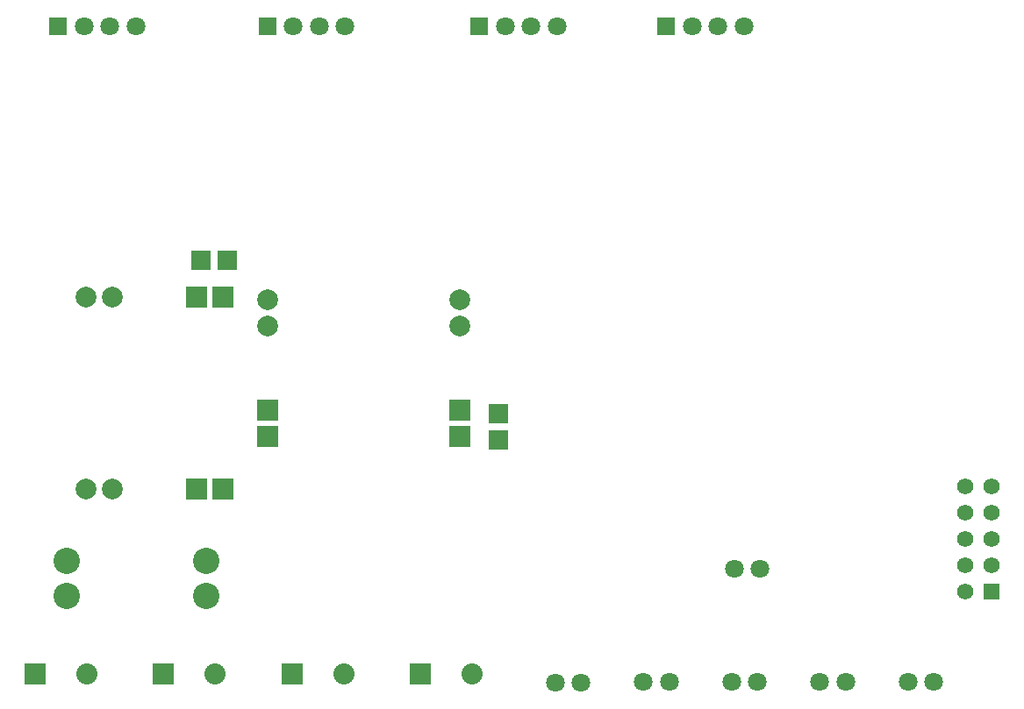
<source format=gbp>
%TF.GenerationSoftware,KiCad,Pcbnew,5.1.7-a382d34a8~87~ubuntu20.04.1*%
%TF.CreationDate,2020-10-19T23:47:47+03:00*%
%TF.ProjectId,E3_Pcb,45335f50-6362-42e6-9b69-6361645f7063,rev?*%
%TF.SameCoordinates,Original*%
%TF.FileFunction,Paste,Bot*%
%TF.FilePolarity,Positive*%
%FSLAX46Y46*%
G04 Gerber Fmt 4.6, Leading zero omitted, Abs format (unit mm)*
G04 Created by KiCad (PCBNEW 5.1.7-a382d34a8~87~ubuntu20.04.1) date 2020-10-19 23:47:47*
%MOMM*%
%LPD*%
G01*
G04 APERTURE LIST*
%ADD10R,1.800000X1.800000*%
%ADD11C,1.800000*%
%ADD12C,1.575000*%
%ADD13R,1.575000X1.575000*%
%ADD14R,1.930000X1.930000*%
%ADD15C,2.000000*%
%ADD16R,2.000000X2.000000*%
%ADD17C,2.540000*%
%ADD18R,2.032000X2.032000*%
%ADD19C,2.032000*%
G04 APERTURE END LIST*
D10*
%TO.C,CN2*%
X133791000Y-32385000D03*
D11*
X136293000Y-32385000D03*
X138792000Y-32385000D03*
X141291000Y-32385000D03*
%TD*%
D10*
%TO.C,CN1*%
X113598000Y-32385000D03*
D11*
X116100000Y-32385000D03*
X118599000Y-32385000D03*
X121098000Y-32385000D03*
%TD*%
D10*
%TO.C,CN3*%
X154238000Y-32385000D03*
D11*
X156740000Y-32385000D03*
X159239000Y-32385000D03*
X161738000Y-32385000D03*
%TD*%
D10*
%TO.C,CN4*%
X172272000Y-32385000D03*
D11*
X174774000Y-32385000D03*
X177273000Y-32385000D03*
X179772000Y-32385000D03*
%TD*%
D12*
%TO.C,H2*%
X201168000Y-76835000D03*
X203708000Y-76835000D03*
X201168000Y-79375000D03*
X203708000Y-79375000D03*
X201168000Y-81915000D03*
X203708000Y-81915000D03*
X201168000Y-84455000D03*
X203708000Y-84455000D03*
X201168000Y-86995000D03*
D13*
X203708000Y-86995000D03*
%TD*%
D14*
%TO.C,JP2*%
X156083000Y-72390000D03*
X156083000Y-69850000D03*
%TD*%
%TO.C,JP1*%
X127381000Y-54991000D03*
X129921000Y-54991000D03*
%TD*%
D11*
%TO.C,CN5*%
X161563000Y-95822000D03*
X164065000Y-95822000D03*
%TD*%
%TO.C,CN7*%
X178581000Y-95758000D03*
X181083000Y-95758000D03*
%TD*%
%TO.C,CN6*%
X170072000Y-95758000D03*
X172574000Y-95758000D03*
%TD*%
D15*
%TO.C,U6*%
X116332000Y-58547000D03*
D16*
X129540000Y-58547000D03*
D15*
X118872000Y-58547000D03*
D16*
X127000000Y-58547000D03*
D15*
X116332000Y-77089000D03*
X118872000Y-77089000D03*
D16*
X127000000Y-77089000D03*
X129540000Y-77089000D03*
%TD*%
D15*
%TO.C,U7*%
X152400000Y-58801000D03*
D16*
X152400000Y-72009000D03*
D15*
X152400000Y-61341000D03*
D16*
X152400000Y-69469000D03*
D15*
X133858000Y-58801000D03*
X133858000Y-61341000D03*
D16*
X133858000Y-69469000D03*
X133858000Y-72009000D03*
%TD*%
D17*
%TO.C,F1*%
X114427000Y-84023000D03*
X114427000Y-87427000D03*
X127889000Y-84023000D03*
X127889000Y-87427000D03*
%TD*%
D11*
%TO.C,CN10*%
X181337000Y-84836000D03*
X178835000Y-84836000D03*
%TD*%
D18*
%TO.C,P3*%
X148590000Y-94996000D03*
D19*
X153594000Y-94996000D03*
%TD*%
D18*
%TO.C,P2*%
X136186000Y-94996000D03*
D19*
X141190000Y-94996000D03*
%TD*%
D18*
%TO.C,P4*%
X123783000Y-94996000D03*
D19*
X128787000Y-94996000D03*
%TD*%
D18*
%TO.C,P1*%
X111379000Y-94996000D03*
D19*
X116383000Y-94996000D03*
%TD*%
D11*
%TO.C,CN9*%
X195600000Y-95758000D03*
X198102000Y-95758000D03*
%TD*%
%TO.C,CN8*%
X187091000Y-95758000D03*
X189593000Y-95758000D03*
%TD*%
M02*

</source>
